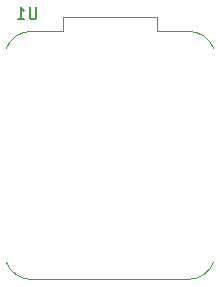
<source format=gbr>
%TF.GenerationSoftware,KiCad,Pcbnew,9.0.6*%
%TF.CreationDate,2025-12-24T13:36:20+01:00*%
%TF.ProjectId,Macropad,4d616372-6f70-4616-942e-6b696361645f,rev?*%
%TF.SameCoordinates,Original*%
%TF.FileFunction,Legend,Bot*%
%TF.FilePolarity,Positive*%
%FSLAX46Y46*%
G04 Gerber Fmt 4.6, Leading zero omitted, Abs format (unit mm)*
G04 Created by KiCad (PCBNEW 9.0.6) date 2025-12-24 13:36:20*
%MOMM*%
%LPD*%
G01*
G04 APERTURE LIST*
%ADD10C,0.150000*%
%ADD11C,0.120000*%
G04 APERTURE END LIST*
D10*
X157043154Y-54129819D02*
X157043154Y-54939342D01*
X157043154Y-54939342D02*
X156995535Y-55034580D01*
X156995535Y-55034580D02*
X156947916Y-55082200D01*
X156947916Y-55082200D02*
X156852678Y-55129819D01*
X156852678Y-55129819D02*
X156662202Y-55129819D01*
X156662202Y-55129819D02*
X156566964Y-55082200D01*
X156566964Y-55082200D02*
X156519345Y-55034580D01*
X156519345Y-55034580D02*
X156471726Y-54939342D01*
X156471726Y-54939342D02*
X156471726Y-54129819D01*
X155471726Y-55129819D02*
X156043154Y-55129819D01*
X155757440Y-55129819D02*
X155757440Y-54129819D01*
X155757440Y-54129819D02*
X155852678Y-54272676D01*
X155852678Y-54272676D02*
X155947916Y-54367914D01*
X155947916Y-54367914D02*
X156043154Y-54415533D01*
D11*
%TO.C,U1*%
X156681250Y-56175000D02*
X159281250Y-56175000D01*
X159281250Y-54975000D02*
X159281250Y-56175000D01*
X167281250Y-54975000D02*
X159281250Y-54975000D01*
X167281250Y-56175000D02*
X167281250Y-54975000D01*
X167281250Y-56175000D02*
X169881250Y-56175000D01*
X169981250Y-77175000D02*
X156581250Y-77175000D01*
X154477216Y-57673536D02*
G75*
G02*
X156681250Y-56174999I2139304J-776364D01*
G01*
X156581250Y-77175000D02*
G75*
G02*
X154481246Y-75675001I74110J2323760D01*
G01*
X169881718Y-56175001D02*
G75*
G02*
X172094142Y-57670320I77145J-2270232D01*
G01*
X172081250Y-75675000D02*
G75*
G02*
X169981250Y-77175000I-2174105J823747D01*
G01*
%TD*%
M02*

</source>
